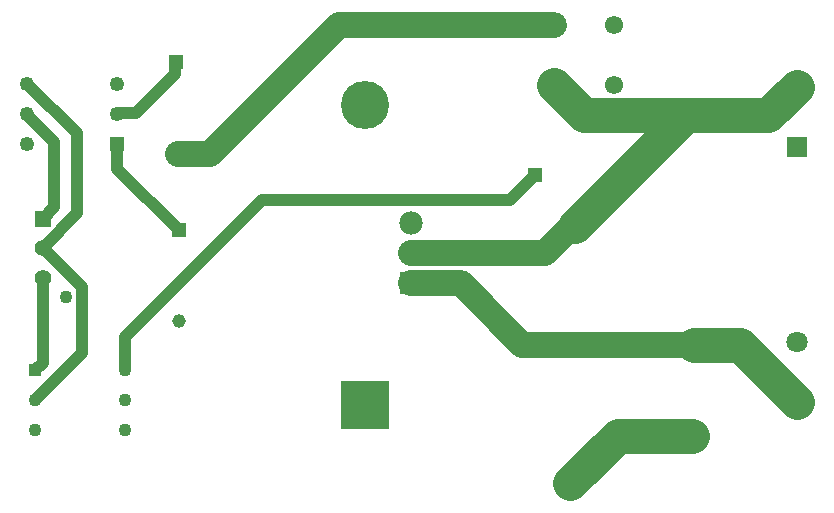
<source format=gtl>
G04*
G04 #@! TF.GenerationSoftware,Altium Limited,Altium Designer,24.1.2 (44)*
G04*
G04 Layer_Physical_Order=1*
G04 Layer_Color=255*
%FSLAX44Y44*%
%MOMM*%
G71*
G04*
G04 #@! TF.SameCoordinates,BD0B943F-0E77-4E2A-8F04-F263FF0033BB*
G04*
G04*
G04 #@! TF.FilePolarity,Positive*
G04*
G01*
G75*
%ADD18R,1.2500X1.2500*%
%ADD19C,1.2500*%
%ADD20R,4.0700X4.0700*%
%ADD21C,4.0700*%
%ADD24R,1.6002X1.6002*%
%ADD25C,1.6002*%
%ADD27R,1.4000X1.4000*%
%ADD28C,1.4000*%
%ADD29C,1.1000*%
%ADD30R,1.1500X1.1500*%
%ADD31C,1.1500*%
%ADD32R,1.1500X1.1500*%
%ADD36C,1.0000*%
%ADD37C,3.0000*%
%ADD38C,2.2000*%
%ADD39C,1.8000*%
%ADD40R,1.8000X1.8000*%
%ADD41R,1.1000X1.1000*%
%ADD42C,1.5500*%
%ADD43R,1.9800X1.9800*%
%ADD44C,1.9800*%
%ADD45C,1.3810*%
D18*
X93980Y313690D02*
D03*
D19*
Y339090D02*
D03*
Y364490D02*
D03*
X17780D02*
D03*
Y339090D02*
D03*
Y313690D02*
D03*
D20*
X303530Y92710D02*
D03*
D21*
Y346710D02*
D03*
D24*
X477520Y26416D02*
D03*
D25*
Y243840D02*
D03*
D27*
X30699Y250338D02*
D03*
D28*
Y225338D02*
D03*
Y200338D02*
D03*
D29*
X100330Y121920D02*
D03*
Y96520D02*
D03*
Y71120D02*
D03*
X24130D02*
D03*
Y96520D02*
D03*
X50699Y184338D02*
D03*
D30*
X146050Y240280D02*
D03*
X143510Y382520D02*
D03*
D31*
X146050Y163580D02*
D03*
X524510Y287020D02*
D03*
X143510Y305820D02*
D03*
D32*
X447810Y287020D02*
D03*
D36*
X24130Y121920D02*
X30699Y128489D01*
Y200338D01*
X216220Y265750D02*
X426540D01*
X100330Y121920D02*
Y149860D01*
X216220Y265750D01*
X40640Y260280D02*
Y315553D01*
X17780Y338414D02*
X40640Y315553D01*
X30699Y250338D02*
X40640Y260280D01*
X17780Y364490D02*
X59690Y322580D01*
X30699Y225675D02*
X59690Y254667D01*
Y322580D01*
X30699Y225338D02*
Y225675D01*
X17780Y338414D02*
Y339090D01*
X24130Y96520D02*
X63739Y136129D01*
Y192299D01*
X30699Y225338D02*
X63739Y192299D01*
X109698Y339568D02*
X142760Y372630D01*
Y381770D01*
X143510Y382520D01*
X94458Y339568D02*
X109698D01*
X93980Y292350D02*
Y313690D01*
Y292350D02*
X146050Y240280D01*
X93980Y339090D02*
X94458Y339568D01*
X426540Y265750D02*
X447810Y287020D01*
D37*
X580400Y337830D02*
X645170D01*
X669290Y361950D01*
X463450Y363120D02*
X488740Y337830D01*
X580400D01*
X481330Y243840D02*
X524510Y287020D01*
X575320Y337830D01*
X580400D01*
X517744Y66640D02*
X580390D01*
X477520Y26416D02*
X517744Y66640D01*
X582260Y143510D02*
X621030D01*
X669290Y95250D01*
D38*
X172691Y304800D02*
X282011Y414120D01*
X145689Y304800D02*
X172691D01*
X282011Y414120D02*
X463450D01*
X342900Y195480D02*
X384776D01*
X436746Y143510D01*
X578520D01*
X342900Y220980D02*
X455930D01*
X478790Y243840D01*
X578520Y143510D02*
X580390Y141640D01*
D39*
X669290Y146050D02*
D03*
Y361950D02*
D03*
D40*
Y95250D02*
D03*
Y311150D02*
D03*
D41*
X24130Y121920D02*
D03*
D42*
X514450Y363120D02*
D03*
Y414120D02*
D03*
X463450D02*
D03*
Y363120D02*
D03*
D43*
X342900Y195480D02*
D03*
D44*
Y220980D02*
D03*
Y246480D02*
D03*
D45*
X580390Y141640D02*
D03*
Y66640D02*
D03*
M02*

</source>
